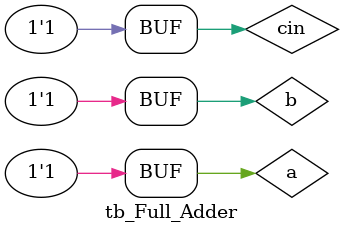
<source format=v>
`timescale 1ns / 1ps


module tb_Full_Adder;

	// Inputs
	reg a;
	reg b;
	reg cin;

	// Outputs
	wire cout;
	wire sum;

	// Instantiate the Unit Under Test (UUT)
	Full_Adder uut (
		.a(a), 
		.b(b), 
		.cin(cin), 
		.cout(cout), 
		.sum(sum)
	);

	initial begin
		// Initialize Inputs
		a = 0;
		b = 0;
		cin = 0;

		// Wait 100 ns for global reset to finish
		#100; a=0;b=0;cin=1;
		#100; a=0;b=1;cin=0;
		#100; a=0;b=1;cin=1;
		#100; a=1;b=0;cin=0;
		#100; a=1;b=0;cin=1;
		#100; a=1;b=1;cin=0;
		#100; a=1;b=1;cin=1;
        
		// Add stimulus here

	end
      
endmodule


</source>
